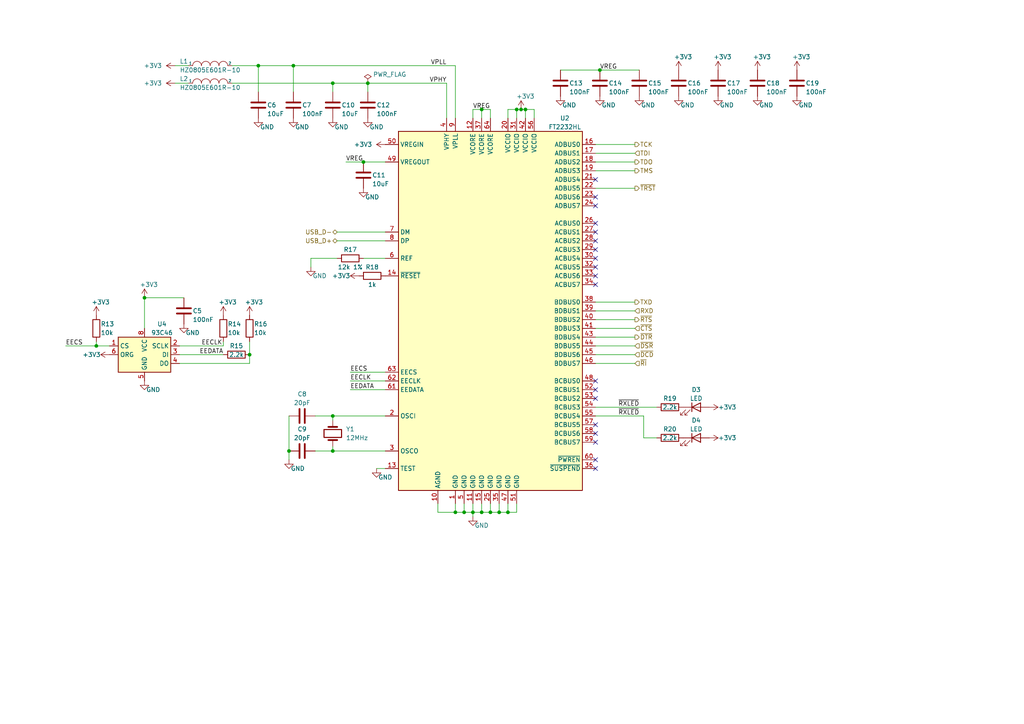
<source format=kicad_sch>
(kicad_sch (version 20201015) (generator eeschema)
  (paper "A4")
  (title_block (title "LISA32 development board") (date "2020-12-31") (rev "A"))
  (lib_symbols
    (symbol "Device:C" (pin_numbers hide) (pin_names (offset 0.254))
      (property "Reference" "C" (at 0.635 2.54 0))
      (property "Value" "C" (at 0.635 -2.54 0))
      (symbol "C_0_1"
        (polyline (pts (xy -2.032 -0.762) (xy 2.032 -0.762)) (stroke (width 0.508)))
        (polyline (pts (xy -2.032 0.762) (xy 2.032 0.762)) (stroke (width 0.508)))
      )
      (symbol "C_1_1"
        (pin passive line (at 0 3.81 270) (length 2.794) (name "~") (number "1"))
        (pin passive line (at 0 -3.81 90) (length 2.794) (name "~") (number "2"))
      )
    )
    (symbol "Device:Crystal" (pin_numbers hide) (pin_names (offset 1.016) hide)
      (property "Reference" "Y" (at 0 3.81 0))
      (property "Value" "Crystal" (at 0 -3.81 0))
      (symbol "Crystal_0_1"
        (rectangle (start -1.143 2.54) (end 1.143 -2.54) (stroke (width 0.3048)))
        (polyline (pts (xy -2.54 0) (xy -1.905 0)))
        (polyline (pts (xy -1.905 -1.27) (xy -1.905 1.27)) (stroke (width 0.508)))
        (polyline (pts (xy 1.905 -1.27) (xy 1.905 1.27)) (stroke (width 0.508)))
        (polyline (pts (xy 2.54 0) (xy 1.905 0)))
      )
      (symbol "Crystal_1_1"
        (pin passive line (at -3.81 0 0) (length 1.27) (name "1") (number "1"))
        (pin passive line (at 3.81 0 180) (length 1.27) (name "2") (number "2"))
      )
    )
    (symbol "Device:LED" (pin_numbers hide) (pin_names (offset 1.016) hide)
      (property "Reference" "D" (at 0 2.54 0))
      (property "Value" "LED" (at 0 -2.54 0))
      (symbol "LED_0_1"
        (polyline (pts (xy -1.27 -1.27) (xy -1.27 1.27)) (stroke (width 0.254)))
        (polyline (pts (xy -1.27 0) (xy 1.27 0)))
        (polyline (pts (xy 1.27 -1.27) (xy 1.27 1.27) (xy -1.27 0) (xy 1.27 -1.27)) (stroke (width 0.254)))
        (polyline (pts (xy -3.048 -0.762) (xy -4.572 -2.286) (xy -3.81 -2.286) (xy -4.572 -2.286) (xy -4.572 -1.524)))
        (polyline (pts (xy -1.778 -0.762) (xy -3.302 -2.286) (xy -2.54 -2.286) (xy -3.302 -2.286) (xy -3.302 -1.524)))
      )
      (symbol "LED_1_1"
        (pin passive line (at -3.81 0 0) (length 2.54) (name "K") (number "1"))
        (pin passive line (at 3.81 0 180) (length 2.54) (name "A") (number "2"))
      )
    )
    (symbol "Device:R" (pin_numbers hide) (pin_names (offset 0))
      (property "Reference" "R" (at 2.032 0 90))
      (property "Value" "R" (at 0 0 90))
      (symbol "R_0_1"
        (rectangle (start -1.016 -2.54) (end 1.016 2.54) (stroke (width 0.254)))
      )
      (symbol "R_1_1"
        (pin passive line (at 0 3.81 270) (length 1.27) (name "~") (number "1"))
        (pin passive line (at 0 -3.81 90) (length 1.27) (name "~") (number "2"))
      )
    )
    (symbol "Interface_USB:FT2232HL"
      (property "Reference" "U" (at -26.67 53.34 0))
      (property "Value" "FT2232HL" (at 19.05 53.34 0))
      (symbol "FT2232HL_0_1"
        (rectangle (start -26.67 -52.07) (end 26.67 52.07) (stroke (width 0.254)) (fill (type background)))
      )
      (symbol "FT2232HL_1_1"
        (pin power_in line (at -10.16 -55.88 90) (length 3.81) (name "GND") (number "1"))
        (pin power_in line (at -15.24 -55.88 90) (length 3.81) (name "AGND") (number "10"))
        (pin power_in line (at -5.08 -55.88 90) (length 3.81) (name "GND") (number "11"))
        (pin power_in line (at -5.08 55.88 270) (length 3.81) (name "VCORE") (number "12"))
        (pin input line (at -30.48 -45.72 0) (length 3.81) (name "TEST") (number "13"))
        (pin input line (at -30.48 10.16 0) (length 3.81) (name "~RESET") (number "14"))
        (pin power_in line (at -2.54 -55.88 90) (length 3.81) (name "GND") (number "15"))
        (pin bidirectional line (at 30.48 48.26 180) (length 3.81) (name "ADBUS0") (number "16"))
        (pin bidirectional line (at 30.48 45.72 180) (length 3.81) (name "ADBUS1") (number "17"))
        (pin bidirectional line (at 30.48 43.18 180) (length 3.81) (name "ADBUS2") (number "18"))
        (pin bidirectional line (at 30.48 40.64 180) (length 3.81) (name "ADBUS3") (number "19"))
        (pin input line (at -30.48 -30.48 0) (length 3.81) (name "OSCI") (number "2"))
        (pin power_in line (at 5.08 55.88 270) (length 3.81) (name "VCCIO") (number "20"))
        (pin bidirectional line (at 30.48 38.1 180) (length 3.81) (name "ADBUS4") (number "21"))
        (pin bidirectional line (at 30.48 35.56 180) (length 3.81) (name "ADBUS5") (number "22"))
        (pin bidirectional line (at 30.48 33.02 180) (length 3.81) (name "ADBUS6") (number "23"))
        (pin bidirectional line (at 30.48 30.48 180) (length 3.81) (name "ADBUS7") (number "24"))
        (pin power_in line (at 0 -55.88 90) (length 3.81) (name "GND") (number "25"))
        (pin bidirectional line (at 30.48 25.4 180) (length 3.81) (name "ACBUS0") (number "26"))
        (pin bidirectional line (at 30.48 22.86 180) (length 3.81) (name "ACBUS1") (number "27"))
        (pin bidirectional line (at 30.48 20.32 180) (length 3.81) (name "ACBUS2") (number "28"))
        (pin bidirectional line (at 30.48 17.78 180) (length 3.81) (name "ACBUS3") (number "29"))
        (pin output line (at -30.48 -40.64 0) (length 3.81) (name "OSCO") (number "3"))
        (pin bidirectional line (at 30.48 15.24 180) (length 3.81) (name "ACBUS4") (number "30"))
        (pin power_in line (at 7.62 55.88 270) (length 3.81) (name "VCCIO") (number "31"))
        (pin bidirectional line (at 30.48 12.7 180) (length 3.81) (name "ACBUS5") (number "32"))
        (pin bidirectional line (at 30.48 10.16 180) (length 3.81) (name "ACBUS6") (number "33"))
        (pin bidirectional line (at 30.48 7.62 180) (length 3.81) (name "ACBUS7") (number "34"))
        (pin power_in line (at 2.54 -55.88 90) (length 3.81) (name "GND") (number "35"))
        (pin output line (at 30.48 -45.72 180) (length 3.81) (name "~SUSPEND") (number "36"))
        (pin power_in line (at -2.54 55.88 270) (length 3.81) (name "VCORE") (number "37"))
        (pin bidirectional line (at 30.48 2.54 180) (length 3.81) (name "BDBUS0") (number "38"))
        (pin bidirectional line (at 30.48 0 180) (length 3.81) (name "BDBUS1") (number "39"))
        (pin power_in line (at -12.7 55.88 270) (length 3.81) (name "VPHY") (number "4"))
        (pin bidirectional line (at 30.48 -2.54 180) (length 3.81) (name "BDBUS2") (number "40"))
        (pin bidirectional line (at 30.48 -5.08 180) (length 3.81) (name "BDBUS3") (number "41"))
        (pin power_in line (at 10.16 55.88 270) (length 3.81) (name "VCCIO") (number "42"))
        (pin bidirectional line (at 30.48 -7.62 180) (length 3.81) (name "BDBUS4") (number "43"))
        (pin bidirectional line (at 30.48 -10.16 180) (length 3.81) (name "BDBUS5") (number "44"))
        (pin bidirectional line (at 30.48 -12.7 180) (length 3.81) (name "BDBUS6") (number "45"))
        (pin bidirectional line (at 30.48 -15.24 180) (length 3.81) (name "BDBUS7") (number "46"))
        (pin power_in line (at 5.08 -55.88 90) (length 3.81) (name "GND") (number "47"))
        (pin bidirectional line (at 30.48 -20.32 180) (length 3.81) (name "BCBUS0") (number "48"))
        (pin power_out line (at -30.48 43.18 0) (length 3.81) (name "VREGOUT") (number "49"))
        (pin power_in line (at -7.62 -55.88 90) (length 3.81) (name "GND") (number "5"))
        (pin power_in line (at -30.48 48.26 0) (length 3.81) (name "VREGIN") (number "50"))
        (pin power_in line (at 7.62 -55.88 90) (length 3.81) (name "GND") (number "51"))
        (pin bidirectional line (at 30.48 -22.86 180) (length 3.81) (name "BCBUS1") (number "52"))
        (pin bidirectional line (at 30.48 -25.4 180) (length 3.81) (name "BCBUS2") (number "53"))
        (pin bidirectional line (at 30.48 -27.94 180) (length 3.81) (name "BCBUS3") (number "54"))
        (pin bidirectional line (at 30.48 -30.48 180) (length 3.81) (name "BCBUS4") (number "55"))
        (pin power_in line (at 12.7 55.88 270) (length 3.81) (name "VCCIO") (number "56"))
        (pin bidirectional line (at 30.48 -33.02 180) (length 3.81) (name "BCBUS5") (number "57"))
        (pin bidirectional line (at 30.48 -35.56 180) (length 3.81) (name "BCBUS6") (number "58"))
        (pin bidirectional line (at 30.48 -38.1 180) (length 3.81) (name "BCBUS7") (number "59"))
        (pin output line (at -30.48 15.24 0) (length 3.81) (name "REF") (number "6"))
        (pin output line (at 30.48 -43.18 180) (length 3.81) (name "~PWREN") (number "60"))
        (pin bidirectional line (at -30.48 -22.86 0) (length 3.81) (name "EEDATA") (number "61"))
        (pin output line (at -30.48 -20.32 0) (length 3.81) (name "EECLK") (number "62"))
        (pin output line (at -30.48 -17.78 0) (length 3.81) (name "EECS") (number "63"))
        (pin power_in line (at 0 55.88 270) (length 3.81) (name "VCORE") (number "64"))
        (pin bidirectional line (at -30.48 22.86 0) (length 3.81) (name "DM") (number "7"))
        (pin bidirectional line (at -30.48 20.32 0) (length 3.81) (name "DP") (number "8"))
        (pin input line (at -10.16 55.88 270) (length 3.81) (name "VPLL") (number "9"))
      )
    )
    (symbol "Memory_EEPROM:93CxxC"
      (property "Reference" "U" (at -7.62 6.35 0))
      (property "Value" "93CxxC" (at 2.54 -6.35 0))
      (symbol "93CxxC_1_1"
        (rectangle (start -7.62 5.08) (end 7.62 -5.08) (stroke (width 0.254)) (fill (type background)))
        (pin input line (at -10.16 2.54 0) (length 2.54) (name "CS") (number "1"))
        (pin input line (at 10.16 2.54 180) (length 2.54) (name "SCLK") (number "2"))
        (pin input line (at 10.16 0 180) (length 2.54) (name "DI") (number "3"))
        (pin tri_state line (at 10.16 -2.54 180) (length 2.54) (name "DO") (number "4"))
        (pin power_in line (at 0 -7.62 90) (length 2.54) (name "GND") (number "5"))
        (pin input line (at -10.16 0 0) (length 2.54) (name "ORG") (number "6"))
        (pin unconnected line (at -7.62 -2.54 0) (length 2.54) hide (name "NC") (number "7"))
        (pin power_in line (at 0 7.62 270) (length 2.54) (name "VCC") (number "8"))
      )
    )
    (symbol "power:+3V3" (power) (pin_names (offset 0))
      (property "Value" "+3V3" (at 0 3.556 0))
      (symbol "+3V3_0_1"
        (polyline (pts (xy -0.762 1.27) (xy 0 2.54)))
        (polyline (pts (xy 0 0) (xy 0 2.54)))
        (polyline (pts (xy 0 2.54) (xy 0.762 1.27)))
      )
      (symbol "+3V3_1_1"
        (pin power_in line (at 0 0 90) (length 0) hide (name "+3V3") (number "1"))
      )
    )
    (symbol "power:GND" (power) (pin_names (offset 0))
      (property "Value" "GND" (at 0 -3.81 0))
      (symbol "GND_0_1"
        (polyline (pts (xy 0 0) (xy 0 -1.27) (xy 1.27 -1.27) (xy 0 -2.54) (xy -1.27 -1.27) (xy 0 -1.27)))
      )
      (symbol "GND_1_1"
        (pin power_in line (at 0 0 270) (length 0) hide (name "GND") (number "1"))
      )
    )
    (symbol "power:PWR_FLAG" (power) (pin_numbers hide) (pin_names (offset 0) hide)
      (property "Value" "PWR_FLAG" (at 0 3.81 0))
      (symbol "PWR_FLAG_0_0"
        (pin power_out line (at 0 0 90) (length 0) (name "pwr") (number "1"))
      )
      (symbol "PWR_FLAG_0_1"
        (polyline (pts (xy 0 0) (xy 0 1.27) (xy -1.016 1.905) (xy 0 2.54) (xy 1.016 1.905) (xy 0 1.27)))
      )
    )
    (symbol "pspice:INDUCTOR" (pin_numbers hide) (pin_names (offset 0))
      (property "Reference" "L" (at 0 2.54 0))
      (property "Value" "INDUCTOR" (at 0 -1.27 0))
      (symbol "INDUCTOR_0_1"
        (arc (start -2.54 0) (end -5.08 0) (radius (at -3.81 0) (length 1.27) (angles 0.1 179.9)))
        (arc (start 0 0) (end -2.54 0) (radius (at -1.27 0) (length 1.27) (angles 0.1 179.9)))
        (arc (start 2.54 0) (end 0 0) (radius (at 1.27 0) (length 1.27) (angles 0.1 179.9)))
        (arc (start 5.08 0) (end 2.54 0) (radius (at 3.81 0) (length 1.27) (angles 0.1 179.9)))
      )
      (symbol "INDUCTOR_1_1"
        (pin input line (at -6.35 0 0) (length 1.27) (name "1") (number "1"))
        (pin input line (at 6.35 0 180) (length 1.27) (name "2") (number "2"))
      )
    )
  )
  (junction (at 27.94 100.33) (diameter 0.9144))
  (junction (at 41.91 86.36) (diameter 0.9144))
  (junction (at 72.39 102.87) (diameter 0.9144))
  (junction (at 74.93 19.05) (diameter 0.9144))
  (junction (at 83.82 130.81) (diameter 0.9144))
  (junction (at 85.09 19.05) (diameter 0.9144))
  (junction (at 96.52 24.13) (diameter 0.9144))
  (junction (at 96.52 120.65) (diameter 0.9144))
  (junction (at 96.52 130.81) (diameter 0.9144))
  (junction (at 105.41 46.99) (diameter 0.9144))
  (junction (at 106.68 24.13) (diameter 0.9144))
  (junction (at 132.08 148.59) (diameter 0.9144))
  (junction (at 134.62 148.59) (diameter 0.9144))
  (junction (at 137.16 148.59) (diameter 0.9144))
  (junction (at 139.7 31.75) (diameter 0.9144))
  (junction (at 139.7 148.59) (diameter 0.9144))
  (junction (at 142.24 148.59) (diameter 0.9144))
  (junction (at 144.78 148.59) (diameter 0.9144))
  (junction (at 147.32 148.59) (diameter 0.9144))
  (junction (at 149.86 31.75) (diameter 0.9144))
  (junction (at 151.13 31.75) (diameter 0.9144))
  (junction (at 152.4 31.75) (diameter 0.9144))
  (junction (at 173.99 20.32) (diameter 0.9144))
  (no_connect (at 172.72 57.15))
  (no_connect (at 172.72 74.93))
  (no_connect (at 172.72 113.03))
  (no_connect (at 172.72 69.85))
  (no_connect (at 172.72 110.49))
  (no_connect (at 172.72 115.57))
  (no_connect (at 172.72 59.69))
  (no_connect (at 172.72 72.39))
  (no_connect (at 172.72 52.07))
  (no_connect (at 172.72 82.55))
  (no_connect (at 172.72 133.35))
  (no_connect (at 172.72 135.89))
  (no_connect (at 172.72 123.19))
  (no_connect (at 172.72 125.73))
  (no_connect (at 172.72 128.27))
  (no_connect (at 172.72 64.77))
  (no_connect (at 172.72 77.47))
  (no_connect (at 172.72 80.01))
  (no_connect (at 172.72 67.31))
  (wire (pts (xy 19.05 100.33) (xy 27.94 100.33)))
  (wire (pts (xy 27.94 99.06) (xy 27.94 100.33)))
  (wire (pts (xy 27.94 100.33) (xy 31.75 100.33)))
  (wire (pts (xy 41.91 86.36) (xy 41.91 95.25)))
  (wire (pts (xy 41.91 86.36) (xy 53.34 86.36)))
  (wire (pts (xy 50.8 19.05) (xy 54.61 19.05)))
  (wire (pts (xy 50.8 24.13) (xy 54.61 24.13)))
  (wire (pts (xy 52.07 102.87) (xy 64.77 102.87)))
  (wire (pts (xy 52.07 105.41) (xy 72.39 105.41)))
  (wire (pts (xy 64.77 99.06) (xy 64.77 100.33)))
  (wire (pts (xy 64.77 100.33) (xy 52.07 100.33)))
  (wire (pts (xy 67.31 19.05) (xy 74.93 19.05)))
  (wire (pts (xy 72.39 102.87) (xy 72.39 99.06)))
  (wire (pts (xy 72.39 105.41) (xy 72.39 102.87)))
  (wire (pts (xy 74.93 19.05) (xy 74.93 26.67)))
  (wire (pts (xy 74.93 19.05) (xy 85.09 19.05)))
  (wire (pts (xy 83.82 120.65) (xy 83.82 130.81)))
  (wire (pts (xy 83.82 130.81) (xy 83.82 133.35)))
  (wire (pts (xy 85.09 19.05) (xy 85.09 26.67)))
  (wire (pts (xy 85.09 19.05) (xy 132.08 19.05)))
  (wire (pts (xy 90.17 74.93) (xy 97.79 74.93)))
  (wire (pts (xy 90.17 77.47) (xy 90.17 74.93)))
  (wire (pts (xy 91.44 120.65) (xy 96.52 120.65)))
  (wire (pts (xy 91.44 130.81) (xy 96.52 130.81)))
  (wire (pts (xy 96.52 24.13) (xy 67.31 24.13)))
  (wire (pts (xy 96.52 24.13) (xy 96.52 26.67)))
  (wire (pts (xy 96.52 120.65) (xy 96.52 121.92)))
  (wire (pts (xy 96.52 130.81) (xy 96.52 129.54)))
  (wire (pts (xy 97.79 67.31) (xy 111.76 67.31)))
  (wire (pts (xy 97.79 69.85) (xy 111.76 69.85)))
  (wire (pts (xy 100.33 46.99) (xy 105.41 46.99)))
  (wire (pts (xy 101.6 107.95) (xy 111.76 107.95)))
  (wire (pts (xy 101.6 110.49) (xy 111.76 110.49)))
  (wire (pts (xy 101.6 113.03) (xy 111.76 113.03)))
  (wire (pts (xy 105.41 46.99) (xy 111.76 46.99)))
  (wire (pts (xy 105.41 74.93) (xy 111.76 74.93)))
  (wire (pts (xy 106.68 24.13) (xy 96.52 24.13)))
  (wire (pts (xy 106.68 24.13) (xy 106.68 26.67)))
  (wire (pts (xy 109.22 135.89) (xy 111.76 135.89)))
  (wire (pts (xy 111.76 120.65) (xy 96.52 120.65)))
  (wire (pts (xy 111.76 130.81) (xy 96.52 130.81)))
  (wire (pts (xy 127 146.05) (xy 127 148.59)))
  (wire (pts (xy 127 148.59) (xy 132.08 148.59)))
  (wire (pts (xy 129.54 24.13) (xy 106.68 24.13)))
  (wire (pts (xy 129.54 34.29) (xy 129.54 24.13)))
  (wire (pts (xy 132.08 19.05) (xy 132.08 34.29)))
  (wire (pts (xy 132.08 146.05) (xy 132.08 148.59)))
  (wire (pts (xy 132.08 148.59) (xy 134.62 148.59)))
  (wire (pts (xy 134.62 146.05) (xy 134.62 148.59)))
  (wire (pts (xy 134.62 148.59) (xy 137.16 148.59)))
  (wire (pts (xy 137.16 31.75) (xy 137.16 34.29)))
  (wire (pts (xy 137.16 31.75) (xy 139.7 31.75)))
  (wire (pts (xy 137.16 146.05) (xy 137.16 148.59)))
  (wire (pts (xy 137.16 148.59) (xy 137.16 149.86)))
  (wire (pts (xy 137.16 148.59) (xy 139.7 148.59)))
  (wire (pts (xy 139.7 31.75) (xy 139.7 34.29)))
  (wire (pts (xy 139.7 31.75) (xy 142.24 31.75)))
  (wire (pts (xy 139.7 146.05) (xy 139.7 148.59)))
  (wire (pts (xy 139.7 148.59) (xy 142.24 148.59)))
  (wire (pts (xy 142.24 31.75) (xy 142.24 34.29)))
  (wire (pts (xy 142.24 146.05) (xy 142.24 148.59)))
  (wire (pts (xy 142.24 148.59) (xy 144.78 148.59)))
  (wire (pts (xy 144.78 146.05) (xy 144.78 148.59)))
  (wire (pts (xy 144.78 148.59) (xy 147.32 148.59)))
  (wire (pts (xy 147.32 31.75) (xy 147.32 34.29)))
  (wire (pts (xy 147.32 146.05) (xy 147.32 148.59)))
  (wire (pts (xy 147.32 148.59) (xy 149.86 148.59)))
  (wire (pts (xy 149.86 31.75) (xy 147.32 31.75)))
  (wire (pts (xy 149.86 31.75) (xy 149.86 34.29)))
  (wire (pts (xy 149.86 146.05) (xy 149.86 148.59)))
  (wire (pts (xy 151.13 31.75) (xy 149.86 31.75)))
  (wire (pts (xy 151.13 31.75) (xy 152.4 31.75)))
  (wire (pts (xy 152.4 31.75) (xy 152.4 34.29)))
  (wire (pts (xy 152.4 31.75) (xy 154.94 31.75)))
  (wire (pts (xy 154.94 31.75) (xy 154.94 34.29)))
  (wire (pts (xy 162.56 20.32) (xy 173.99 20.32)))
  (wire (pts (xy 172.72 41.91) (xy 184.15 41.91)))
  (wire (pts (xy 172.72 44.45) (xy 184.15 44.45)))
  (wire (pts (xy 172.72 46.99) (xy 184.15 46.99)))
  (wire (pts (xy 172.72 49.53) (xy 184.15 49.53)))
  (wire (pts (xy 172.72 54.61) (xy 184.15 54.61)))
  (wire (pts (xy 172.72 87.63) (xy 184.15 87.63)))
  (wire (pts (xy 172.72 90.17) (xy 184.15 90.17)))
  (wire (pts (xy 172.72 92.71) (xy 184.15 92.71)))
  (wire (pts (xy 172.72 95.25) (xy 184.15 95.25)))
  (wire (pts (xy 172.72 97.79) (xy 184.15 97.79)))
  (wire (pts (xy 172.72 100.33) (xy 184.15 100.33)))
  (wire (pts (xy 172.72 102.87) (xy 184.15 102.87)))
  (wire (pts (xy 172.72 105.41) (xy 184.15 105.41)))
  (wire (pts (xy 172.72 118.11) (xy 190.5 118.11)))
  (wire (pts (xy 172.72 120.65) (xy 186.69 120.65)))
  (wire (pts (xy 173.99 20.32) (xy 185.42 20.32)))
  (wire (pts (xy 186.69 120.65) (xy 186.69 127)))
  (wire (pts (xy 186.69 127) (xy 190.5 127)))
  (label "EECS" (at 19.05 100.33 0))
  (label "EECLK" (at 58.42 100.33 0))
  (label "EEDATA" (at 64.77 102.87 180))
  (label "VREG" (at 100.33 46.99 0))
  (label "EECS" (at 101.6 107.95 0))
  (label "EECLK" (at 101.6 110.49 0))
  (label "EEDATA" (at 101.6 113.03 0))
  (label "VPLL" (at 129.54 19.05 180))
  (label "VPHY" (at 129.54 24.13 180))
  (label "VREG" (at 137.16 31.75 0))
  (label "VREG" (at 173.99 20.32 0))
  (label "~RXLED" (at 185.42 118.11 180))
  (label "~RXLED" (at 185.42 120.65 180))
  (hierarchical_label "USB_D-" (shape bidirectional) (at 97.79 67.31 180))
  (hierarchical_label "USB_D+" (shape bidirectional) (at 97.79 69.85 180))
  (hierarchical_label "TCK" (shape output) (at 184.15 41.91 0))
  (hierarchical_label "TDI" (shape input) (at 184.15 44.45 0))
  (hierarchical_label "TDO" (shape output) (at 184.15 46.99 0))
  (hierarchical_label "TMS" (shape output) (at 184.15 49.53 0))
  (hierarchical_label "~TRST" (shape output) (at 184.15 54.61 0))
  (hierarchical_label "TXD" (shape output) (at 184.15 87.63 0))
  (hierarchical_label "RXD" (shape input) (at 184.15 90.17 0))
  (hierarchical_label "~RTS" (shape output) (at 184.15 92.71 0))
  (hierarchical_label "~CTS" (shape input) (at 184.15 95.25 0))
  (hierarchical_label "~DTR" (shape output) (at 184.15 97.79 0))
  (hierarchical_label "~DSR" (shape input) (at 184.15 100.33 0))
  (hierarchical_label "~DCD" (shape input) (at 184.15 102.87 0))
  (hierarchical_label "~RI" (shape input) (at 184.15 105.41 0))
  (symbol (lib_id "power:PWR_FLAG") (at 106.68 24.13 0) (unit 1)
    (property "Reference" "#FLG?" (effects hide))
    (property "Value" "PWR_FLAG" (at 113.03 21.59 0))
  )
  (symbol (lib_id "power:+3V3") (at 27.94 91.44 0) (unit 1)
    (property "Reference" "#PWR016" (effects hide))
    (property "Value" "+3V3" (at 29.21 87.63 0))
  )
  (symbol (lib_id "power:+3V3") (at 31.75 102.87 90) (unit 1)
    (property "Reference" "#PWR017" (effects hide))
    (property "Value" "+3V3" (at 29.21 102.87 90) (effects (justify left)))
  )
  (symbol (lib_id "power:+3V3") (at 41.91 86.36 0) (unit 1)
    (property "Reference" "#PWR018" (effects hide))
    (property "Value" "+3V3" (at 43.18 82.55 0))
  )
  (symbol (lib_id "power:+3V3") (at 50.8 19.05 90) (unit 1)
    (property "Reference" "#PWR020" (effects hide))
    (property "Value" "+3V3" (at 46.99 19.05 90) (effects (justify left)))
  )
  (symbol (lib_id "power:+3V3") (at 50.8 24.13 90) (unit 1)
    (property "Reference" "#PWR021" (effects hide))
    (property "Value" "+3V3" (at 46.99 24.13 90) (effects (justify left)))
  )
  (symbol (lib_id "power:+3V3") (at 64.77 91.44 0) (unit 1)
    (property "Reference" "#PWR023" (effects hide))
    (property "Value" "+3V3" (at 66.04 87.63 0))
  )
  (symbol (lib_id "power:+3V3") (at 72.39 91.44 0) (unit 1)
    (property "Reference" "#PWR024" (effects hide))
    (property "Value" "+3V3" (at 73.66 87.63 0))
  )
  (symbol (lib_id "power:+3V3") (at 104.14 80.01 90) (unit 1)
    (property "Reference" "#PWR030" (effects hide))
    (property "Value" "+3V3" (at 101.6 80.01 90) (effects (justify left)))
  )
  (symbol (lib_id "power:+3V3") (at 111.76 41.91 90) (unit 1)
    (property "Reference" "#PWR034" (effects hide))
    (property "Value" "+3V3" (at 107.95 41.91 90) (effects (justify left)))
  )
  (symbol (lib_id "power:+3V3") (at 151.13 31.75 0) (unit 1)
    (property "Reference" "#PWR036" (effects hide))
    (property "Value" "+3V3" (at 152.4 27.94 0))
  )
  (symbol (lib_id "power:+3V3") (at 196.85 20.32 0) (unit 1)
    (property "Reference" "#PWR040" (effects hide))
    (property "Value" "+3V3" (at 198.12 16.51 0))
  )
  (symbol (lib_id "power:+3V3") (at 205.74 118.11 270) (unit 1)
    (property "Reference" "#PWR042" (effects hide))
    (property "Value" "+3V3" (at 208.28 118.11 90) (effects (justify left)))
  )
  (symbol (lib_id "power:+3V3") (at 205.74 127 270) (unit 1)
    (property "Reference" "#PWR043" (effects hide))
    (property "Value" "+3V3" (at 208.28 127 90) (effects (justify left)))
  )
  (symbol (lib_id "power:+3V3") (at 208.28 20.32 0) (unit 1)
    (property "Reference" "#PWR044" (effects hide))
    (property "Value" "+3V3" (at 209.55 16.51 0))
  )
  (symbol (lib_id "power:+3V3") (at 219.71 20.32 0) (unit 1)
    (property "Reference" "#PWR046" (effects hide))
    (property "Value" "+3V3" (at 220.98 16.51 0))
  )
  (symbol (lib_id "power:+3V3") (at 231.14 20.32 0) (unit 1)
    (property "Reference" "#PWR048" (effects hide))
    (property "Value" "+3V3" (at 232.41 16.51 0))
  )
  (symbol (lib_id "power:GND") (at 41.91 110.49 0) (unit 1)
    (property "Reference" "#PWR019" (effects hide))
    (property "Value" "GND" (at 44.45 113.03 0))
  )
  (symbol (lib_id "power:GND") (at 53.34 93.98 0) (unit 1)
    (property "Reference" "#PWR022" (effects hide))
    (property "Value" "GND" (at 55.88 96.52 0))
  )
  (symbol (lib_id "power:GND") (at 74.93 34.29 0) (unit 1)
    (property "Reference" "#PWR025" (effects hide))
    (property "Value" "GND" (at 77.47 36.83 0))
  )
  (symbol (lib_id "power:GND") (at 83.82 133.35 0) (unit 1)
    (property "Reference" "#PWR026" (effects hide))
    (property "Value" "GND" (at 86.36 135.89 0))
  )
  (symbol (lib_id "power:GND") (at 85.09 34.29 0) (unit 1)
    (property "Reference" "#PWR027" (effects hide))
    (property "Value" "GND" (at 87.63 36.83 0))
  )
  (symbol (lib_id "power:GND") (at 90.17 77.47 0) (unit 1)
    (property "Reference" "#PWR028" (effects hide))
    (property "Value" "GND" (at 92.71 80.01 0))
  )
  (symbol (lib_id "power:GND") (at 96.52 34.29 0) (unit 1)
    (property "Reference" "#PWR029" (effects hide))
    (property "Value" "GND" (at 99.06 36.83 0))
  )
  (symbol (lib_id "power:GND") (at 105.41 54.61 0) (unit 1)
    (property "Reference" "#PWR031" (effects hide))
    (property "Value" "GND" (at 107.95 57.15 0))
  )
  (symbol (lib_id "power:GND") (at 106.68 34.29 0) (unit 1)
    (property "Reference" "#PWR032" (effects hide))
    (property "Value" "GND" (at 109.22 36.83 0))
  )
  (symbol (lib_id "power:GND") (at 109.22 135.89 0) (unit 1)
    (property "Reference" "#PWR033" (effects hide))
    (property "Value" "GND" (at 111.76 138.43 0))
  )
  (symbol (lib_id "power:GND") (at 137.16 149.86 0) (unit 1)
    (property "Reference" "#PWR035" (effects hide))
    (property "Value" "GND" (at 139.7 152.4 0))
  )
  (symbol (lib_id "power:GND") (at 162.56 27.94 0) (unit 1)
    (property "Reference" "#PWR037" (effects hide))
    (property "Value" "GND" (at 165.1 30.48 0))
  )
  (symbol (lib_id "power:GND") (at 173.99 27.94 0) (unit 1)
    (property "Reference" "#PWR038" (effects hide))
    (property "Value" "GND" (at 176.53 30.48 0))
  )
  (symbol (lib_id "power:GND") (at 185.42 27.94 0) (unit 1)
    (property "Reference" "#PWR039" (effects hide))
    (property "Value" "GND" (at 187.96 30.48 0))
  )
  (symbol (lib_id "power:GND") (at 196.85 27.94 0) (unit 1)
    (property "Reference" "#PWR041" (effects hide))
    (property "Value" "GND" (at 199.39 30.48 0))
  )
  (symbol (lib_id "power:GND") (at 208.28 27.94 0) (unit 1)
    (property "Reference" "#PWR045" (effects hide))
    (property "Value" "GND" (at 210.82 30.48 0))
  )
  (symbol (lib_id "power:GND") (at 219.71 27.94 0) (unit 1)
    (property "Reference" "#PWR047" (effects hide))
    (property "Value" "GND" (at 222.25 30.48 0))
  )
  (symbol (lib_id "power:GND") (at 231.14 27.94 0) (unit 1)
    (property "Reference" "#PWR049" (effects hide))
    (property "Value" "GND" (at 233.68 30.48 0))
  )
  (symbol (lib_id "Device:R") (at 27.94 95.25 0) (unit 1)
    (property "Reference" "R13" (at 29.21 93.98 0) (effects (justify left)))
    (property "Value" "10k" (at 29.21 96.52 0) (effects (justify left)))
  )
  (symbol (lib_id "Device:R") (at 64.77 95.25 0) (unit 1)
    (property "Reference" "R14" (at 66.04 93.98 0) (effects (justify left)))
    (property "Value" "10k" (at 66.04 96.52 0) (effects (justify left)))
  )
  (symbol (lib_id "Device:R") (at 68.58 102.87 90) (unit 1)
    (property "Reference" "R15" (at 68.58 100.33 90))
    (property "Value" "2.2k" (at 68.58 102.87 90))
  )
  (symbol (lib_id "Device:R") (at 72.39 95.25 0) (unit 1)
    (property "Reference" "R16" (at 73.66 93.98 0) (effects (justify left)))
    (property "Value" "10k" (at 73.66 96.52 0) (effects (justify left)))
  )
  (symbol (lib_id "Device:R") (at 101.6 74.93 90) (unit 1)
    (property "Reference" "R17" (at 101.6 72.39 90))
    (property "Value" "12k 1%" (at 101.6 77.47 90))
  )
  (symbol (lib_id "Device:R") (at 107.95 80.01 90) (unit 1)
    (property "Reference" "R18" (at 107.95 77.47 90))
    (property "Value" "1k" (at 107.95 82.55 90))
  )
  (symbol (lib_id "Device:R") (at 194.31 118.11 90) (unit 1)
    (property "Reference" "R19" (at 194.31 115.57 90))
    (property "Value" "2.2k" (at 194.31 118.11 90))
  )
  (symbol (lib_id "Device:R") (at 194.31 127 90) (unit 1)
    (property "Reference" "R20" (at 194.31 124.46 90))
    (property "Value" "2.2k" (at 194.31 127 90))
  )
  (symbol (lib_id "pspice:INDUCTOR") (at 60.96 19.05 0) (unit 1)
    (property "Reference" "L1" (at 53.34 17.78 0))
    (property "Value" "HZ0805E601R-10" (at 60.96 20.32 0))
  )
  (symbol (lib_id "pspice:INDUCTOR") (at 60.96 24.13 0) (unit 1)
    (property "Reference" "L2" (at 53.34 22.86 0))
    (property "Value" "HZ0805E601R-10" (at 60.96 25.4 0))
  )
  (symbol (lib_id "Device:LED") (at 201.93 118.11 0) (unit 1)
    (property "Reference" "D3" (at 201.93 113.03 0))
    (property "Value" "LED" (at 201.93 115.57 0))
  )
  (symbol (lib_id "Device:LED") (at 201.93 127 0) (unit 1)
    (property "Reference" "D4" (at 201.93 121.92 0))
    (property "Value" "LED" (at 201.93 124.46 0))
  )
  (symbol (lib_id "Device:C") (at 53.34 90.17 0) (unit 1)
    (property "Reference" "C5" (at 55.88 90.17 0) (effects (justify left)))
    (property "Value" "100nF" (at 55.88 92.71 0) (effects (justify left)))
  )
  (symbol (lib_id "Device:C") (at 74.93 30.48 0) (unit 1)
    (property "Reference" "C6" (at 77.47 30.48 0) (effects (justify left)))
    (property "Value" "10uF" (at 77.47 33.02 0) (effects (justify left)))
  )
  (symbol (lib_id "Device:C") (at 85.09 30.48 0) (unit 1)
    (property "Reference" "C7" (at 87.63 30.48 0) (effects (justify left)))
    (property "Value" "100nF" (at 87.63 33.02 0) (effects (justify left)))
  )
  (symbol (lib_id "Device:C") (at 87.63 120.65 90) (unit 1)
    (property "Reference" "C8" (at 87.63 114.3 90))
    (property "Value" "20pF" (at 87.63 116.84 90))
  )
  (symbol (lib_id "Device:C") (at 87.63 130.81 90) (unit 1)
    (property "Reference" "C9" (at 87.63 124.46 90))
    (property "Value" "20pF" (at 87.63 127 90))
  )
  (symbol (lib_id "Device:C") (at 96.52 30.48 0) (unit 1)
    (property "Reference" "C10" (at 99.06 30.48 0) (effects (justify left)))
    (property "Value" "10uF" (at 99.06 33.02 0) (effects (justify left)))
  )
  (symbol (lib_id "Device:C") (at 105.41 50.8 0) (unit 1)
    (property "Reference" "C11" (at 107.95 50.8 0) (effects (justify left)))
    (property "Value" "10uF" (at 107.95 53.34 0) (effects (justify left)))
  )
  (symbol (lib_id "Device:C") (at 106.68 30.48 0) (unit 1)
    (property "Reference" "C12" (at 109.22 30.48 0) (effects (justify left)))
    (property "Value" "100nF" (at 109.22 33.02 0) (effects (justify left)))
  )
  (symbol (lib_id "Device:C") (at 162.56 24.13 0) (unit 1)
    (property "Reference" "C13" (at 165.1 24.13 0) (effects (justify left)))
    (property "Value" "100nF" (at 165.1 26.67 0) (effects (justify left)))
  )
  (symbol (lib_id "Device:C") (at 173.99 24.13 0) (unit 1)
    (property "Reference" "C14" (at 176.53 24.13 0) (effects (justify left)))
    (property "Value" "100nF" (at 176.53 26.67 0) (effects (justify left)))
  )
  (symbol (lib_id "Device:C") (at 185.42 24.13 0) (unit 1)
    (property "Reference" "C15" (at 187.96 24.13 0) (effects (justify left)))
    (property "Value" "100nF" (at 187.96 26.67 0) (effects (justify left)))
  )
  (symbol (lib_id "Device:C") (at 196.85 24.13 0) (unit 1)
    (property "Reference" "C16" (at 199.39 24.13 0) (effects (justify left)))
    (property "Value" "100nF" (at 199.39 26.67 0) (effects (justify left)))
  )
  (symbol (lib_id "Device:C") (at 208.28 24.13 0) (unit 1)
    (property "Reference" "C17" (at 210.82 24.13 0) (effects (justify left)))
    (property "Value" "100nF" (at 210.82 26.67 0) (effects (justify left)))
  )
  (symbol (lib_id "Device:C") (at 219.71 24.13 0) (unit 1)
    (property "Reference" "C18" (at 222.25 24.13 0) (effects (justify left)))
    (property "Value" "100nF" (at 222.25 26.67 0) (effects (justify left)))
  )
  (symbol (lib_id "Device:C") (at 231.14 24.13 0) (unit 1)
    (property "Reference" "C19" (at 233.68 24.13 0) (effects (justify left)))
    (property "Value" "100nF" (at 233.68 26.67 0) (effects (justify left)))
  )
  (symbol (lib_id "Device:Crystal") (at 96.52 125.73 90) (unit 1)
    (property "Reference" "Y1" (at 100.33 124.46 90) (effects (justify right)))
    (property "Value" "12MHz" (at 100.33 127 90) (effects (justify right)))
  )
  (symbol (lib_id "Memory_EEPROM:93CxxC") (at 41.91 102.87 0) (unit 1)
    (property "Reference" "U4" (at 46.99 93.98 0))
    (property "Value" "93C46" (at 46.99 96.52 0))
    (property "Datasheet" "http://ww1.microchip.com/downloads/en/DeviceDoc/20001749K.pdf" (effects hide))
  )
  (symbol (lib_id "Interface_USB:FT2232HL") (at 142.24 90.17 0) (unit 1)
    (property "Reference" "U2" (at 163.83 34.29 0))
    (property "Value" "FT2232HL" (at 163.83 36.83 0))
    (property "Footprint" "Package_QFP:LQFP-64_10x10mm_P0.5mm" (effects hide))
    (property "Datasheet" "https://www.ftdichip.com/Support/Documents/DataSheets/ICs/DS_FT2232H.pdf" (effects hide))
  )
)
</source>
